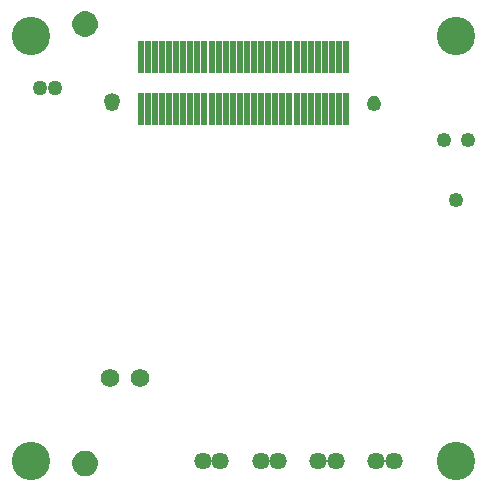
<source format=gts>
G75*
%MOIN*%
%OFA0B0*%
%FSLAX25Y25*%
%IPPOS*%
%LPD*%
%AMOC8*
5,1,8,0,0,1.08239X$1,22.5*
%
%ADD10C,0.12795*%
%ADD11R,0.02362X0.10630*%
%ADD12C,0.05315*%
%ADD13C,0.03740*%
%ADD14C,0.04921*%
%ADD15C,0.05740*%
%ADD16C,0.06134*%
%ADD17C,0.00500*%
%ADD18C,0.04953*%
D10*
X0033912Y0020541D03*
X0175644Y0020541D03*
X0175644Y0162274D03*
X0033912Y0162274D03*
D11*
X0070526Y0155285D03*
X0072889Y0155285D03*
X0075251Y0155285D03*
X0077613Y0155285D03*
X0079975Y0155285D03*
X0082337Y0155285D03*
X0084700Y0155285D03*
X0087062Y0155285D03*
X0089424Y0155285D03*
X0091786Y0155285D03*
X0094148Y0155285D03*
X0096511Y0155285D03*
X0098873Y0155285D03*
X0101235Y0155285D03*
X0103597Y0155285D03*
X0105959Y0155285D03*
X0108322Y0155285D03*
X0110684Y0155285D03*
X0113046Y0155285D03*
X0115408Y0155285D03*
X0117770Y0155285D03*
X0120133Y0155285D03*
X0122495Y0155285D03*
X0124857Y0155285D03*
X0127219Y0155285D03*
X0129581Y0155285D03*
X0131944Y0155285D03*
X0134306Y0155285D03*
X0136668Y0155285D03*
X0139030Y0155285D03*
X0139030Y0137766D03*
X0136668Y0137766D03*
X0134306Y0137766D03*
X0131944Y0137766D03*
X0129581Y0137766D03*
X0127219Y0137766D03*
X0124857Y0137766D03*
X0122495Y0137766D03*
X0120133Y0137766D03*
X0117770Y0137766D03*
X0115408Y0137766D03*
X0113046Y0137766D03*
X0110684Y0137766D03*
X0108322Y0137766D03*
X0105959Y0137766D03*
X0103597Y0137766D03*
X0101235Y0137766D03*
X0098873Y0137766D03*
X0096511Y0137766D03*
X0094148Y0137766D03*
X0091786Y0137766D03*
X0089424Y0137766D03*
X0087062Y0137766D03*
X0084700Y0137766D03*
X0082337Y0137766D03*
X0079975Y0137766D03*
X0077613Y0137766D03*
X0075251Y0137766D03*
X0072889Y0137766D03*
X0070526Y0137766D03*
D12*
X0061078Y0140626D03*
D13*
X0148478Y0140626D03*
D14*
X0148479Y0139439D03*
X0171637Y0127549D03*
X0179644Y0127549D03*
X0175644Y0107549D03*
X0061078Y0139439D03*
D15*
X0091196Y0020541D03*
X0097101Y0020541D03*
X0110487Y0020541D03*
X0116393Y0020541D03*
X0129778Y0020541D03*
X0135684Y0020541D03*
X0149070Y0020541D03*
X0154975Y0020541D03*
D16*
X0070408Y0048100D03*
X0060408Y0048100D03*
D17*
X0053369Y0023454D02*
X0052706Y0023631D01*
X0052022Y0023691D01*
X0051339Y0023631D01*
X0050676Y0023454D01*
X0050054Y0023163D01*
X0049492Y0022770D01*
X0049007Y0022285D01*
X0048613Y0021722D01*
X0048323Y0021100D01*
X0048145Y0020438D01*
X0048085Y0019754D01*
X0048145Y0019070D01*
X0048323Y0018407D01*
X0048613Y0017785D01*
X0049007Y0017223D01*
X0049492Y0016738D01*
X0050054Y0016344D01*
X0050676Y0016054D01*
X0051339Y0015877D01*
X0052022Y0015817D01*
X0052706Y0015877D01*
X0053369Y0016054D01*
X0053991Y0016344D01*
X0054553Y0016738D01*
X0055038Y0017223D01*
X0055432Y0017785D01*
X0055722Y0018407D01*
X0055900Y0019070D01*
X0055959Y0019754D01*
X0055900Y0020438D01*
X0055722Y0021100D01*
X0055432Y0021722D01*
X0055038Y0022285D01*
X0054553Y0022770D01*
X0053991Y0023163D01*
X0053369Y0023454D01*
X0053940Y0023187D02*
X0050105Y0023187D01*
X0049411Y0022689D02*
X0054634Y0022689D01*
X0055105Y0022190D02*
X0048940Y0022190D01*
X0048599Y0021692D02*
X0055446Y0021692D01*
X0055679Y0021193D02*
X0048366Y0021193D01*
X0048214Y0020695D02*
X0055831Y0020695D01*
X0055921Y0020196D02*
X0048124Y0020196D01*
X0048090Y0019698D02*
X0055955Y0019698D01*
X0055911Y0019199D02*
X0048134Y0019199D01*
X0048244Y0018701D02*
X0055801Y0018701D01*
X0055626Y0018202D02*
X0048419Y0018202D01*
X0048670Y0017704D02*
X0055375Y0017704D01*
X0055020Y0017205D02*
X0049025Y0017205D01*
X0049537Y0016706D02*
X0054508Y0016706D01*
X0053698Y0016208D02*
X0050346Y0016208D01*
X0051962Y0023686D02*
X0052083Y0023686D01*
X0052022Y0162274D02*
X0052706Y0162333D01*
X0053369Y0162511D01*
X0053991Y0162801D01*
X0054553Y0163195D01*
X0055038Y0163680D01*
X0055432Y0164242D01*
X0055722Y0164864D01*
X0055900Y0165527D01*
X0055959Y0166211D01*
X0055900Y0166894D01*
X0055722Y0167557D01*
X0055432Y0168179D01*
X0055038Y0168741D01*
X0054553Y0169227D01*
X0053991Y0169620D01*
X0053369Y0169910D01*
X0052706Y0170088D01*
X0052022Y0170148D01*
X0051339Y0170088D01*
X0050676Y0169910D01*
X0050054Y0169620D01*
X0049492Y0169227D01*
X0049007Y0168741D01*
X0048613Y0168179D01*
X0048323Y0167557D01*
X0048145Y0166894D01*
X0048085Y0166211D01*
X0048145Y0165527D01*
X0048323Y0164864D01*
X0048613Y0164242D01*
X0049007Y0163680D01*
X0049492Y0163195D01*
X0050054Y0162801D01*
X0050676Y0162511D01*
X0051339Y0162333D01*
X0052022Y0162274D01*
X0050120Y0162770D02*
X0053925Y0162770D01*
X0054627Y0163269D02*
X0049418Y0163269D01*
X0048945Y0163767D02*
X0055100Y0163767D01*
X0055443Y0164266D02*
X0048602Y0164266D01*
X0048369Y0164764D02*
X0055676Y0164764D01*
X0055829Y0165263D02*
X0048216Y0165263D01*
X0048125Y0165761D02*
X0055920Y0165761D01*
X0055955Y0166260D02*
X0048090Y0166260D01*
X0048133Y0166758D02*
X0055912Y0166758D01*
X0055802Y0167257D02*
X0048242Y0167257D01*
X0048415Y0167755D02*
X0055630Y0167755D01*
X0055380Y0168254D02*
X0048665Y0168254D01*
X0049018Y0168752D02*
X0055027Y0168752D01*
X0054518Y0169251D02*
X0049527Y0169251D01*
X0050331Y0169749D02*
X0053714Y0169749D01*
D18*
X0041885Y0144754D03*
X0036963Y0144754D03*
M02*

</source>
